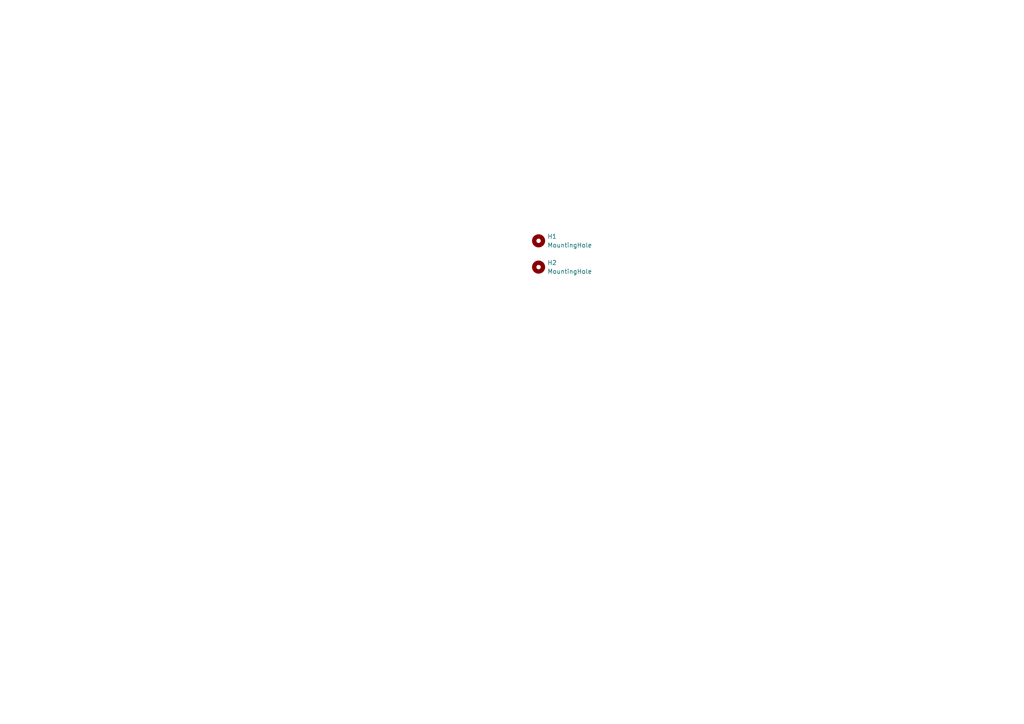
<source format=kicad_sch>
(kicad_sch (version 20231120) (generator "eeschema") (generator_version "8.0")
  (paper "A4")
  (lib_symbols
    (symbol "Mechanical:MountingHole" (pin_names (offset 1.016)) (exclude_from_sim yes) (in_bom no)
      (property "Reference" "H" (at 0 5.08 0))
      (property "Value" "MountingHole" (at 0 3.175 0))
      (symbol "MountingHole_0_1"
        (circle (center 0 0) (radius 1.27) (stroke (width 1.27)))
      )
    )
  )
  (symbol (lib_id "Mechanical:MountingHole") (at 156.21 69.85 0) (unit 1) (exclude_from_sim yes) (in_bom no)
    (property "Reference" "H1" (at 158.75 68.5799 0) (effects (justify left)))
    (property "Value" "MountingHole" (at 158.75 71.1199 0) (effects (justify left)))
    (property "Footprint" "MountingHole:MountingHole_2.7mm_M2.5" (effects (hide yes)))
    (property "Description" "Mounting Hole without connection" (effects (hide yes)))
  )
  (symbol (lib_id "Mechanical:MountingHole") (at 156.21 77.47 0) (unit 1) (exclude_from_sim yes) (in_bom no)
    (property "Reference" "H2" (at 158.75 76.1999 0) (effects (justify left)))
    (property "Value" "MountingHole" (at 158.75 78.7399 0) (effects (justify left)))
    (property "Footprint" "MountingHole:MountingHole_2.7mm_M2.5" (effects (hide yes)))
    (property "Description" "Mounting Hole without connection" (effects (hide yes)))
  )
)
</source>
